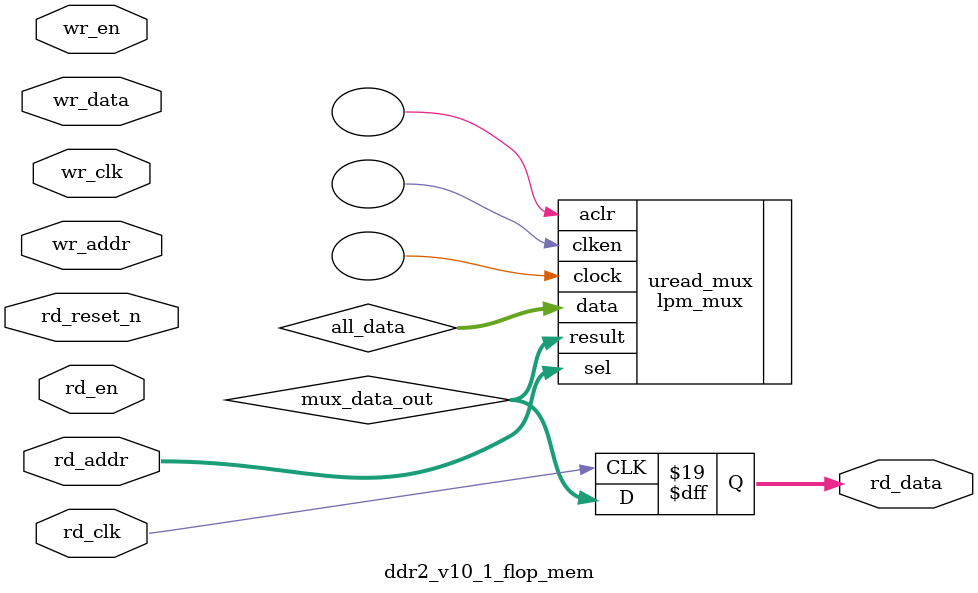
<source format=v>

(* altera_attribute = "-name ALLOW_SYNCH_CTRL_USAGE ON;-name AUTO_CLOCK_ENABLE_RECOGNITION ON" *)
module ddr2_v10_1_flop_mem(
	wr_clk,
	wr_en,
	wr_addr,
	wr_data,
	rd_reset_n,
	rd_clk,
	rd_en,
	rd_addr,
	rd_data
);

parameter WRITE_MEM_DEPTH	= "";
parameter WRITE_ADDR_WIDTH	= "";
parameter WRITE_DATA_WIDTH	= "";
parameter READ_MEM_DEPTH	= "";
parameter READ_ADDR_WIDTH	= "";		 
parameter READ_DATA_WIDTH	= "";


input	wr_clk;
input	wr_en;
input	[WRITE_ADDR_WIDTH-1:0] wr_addr;
input	[WRITE_DATA_WIDTH-1:0] wr_data;
input	rd_reset_n;
input	rd_clk;
input	rd_en;
input	[READ_ADDR_WIDTH-1:0] rd_addr;
output	[READ_DATA_WIDTH-1:0] rd_data;



wire	[WRITE_MEM_DEPTH-1:0] wr_decode;
wire	[WRITE_DATA_WIDTH*WRITE_MEM_DEPTH-1:0] all_data;
wire	[READ_DATA_WIDTH-1:0] mux_data_out;



// declare a memory with WRITE_MEM_DEPTH entries
// each entry contains a data size of WRITE_DATA_WIDTH
reg	[WRITE_DATA_WIDTH-1:0] data_stored [0:WRITE_MEM_DEPTH-1] /* synthesis syn_preserve = 1 */;
reg	[READ_DATA_WIDTH-1:0] rd_data;

always @(posedge wr_clk)
begin
	if(wr_en)
		data_stored[wr_addr] <= wr_data;
end

generate
genvar entry;

	for (entry=0; entry < WRITE_MEM_DEPTH; entry=entry+1)
	begin: mem_location
		assign all_data[(WRITE_DATA_WIDTH*(entry+1)-1) : (WRITE_DATA_WIDTH*entry)] = data_stored[entry]; 
	end
endgenerate

	// mux to select the correct output data based on read address
	lpm_mux	uread_mux(
		.sel (rd_addr),
		.data (all_data),
		.result (mux_data_out)
		,
		.aclr (),
		.clken (),
		.clock ()
		);
     defparam uread_mux.lpm_size = READ_MEM_DEPTH;
     defparam uread_mux.lpm_type = "LPM_MUX";
     defparam uread_mux.lpm_width = READ_DATA_WIDTH;
     defparam uread_mux.lpm_widths = READ_ADDR_WIDTH;

	always @(posedge rd_clk)	
	begin
		rd_data <= mux_data_out;
	end

endmodule

</source>
